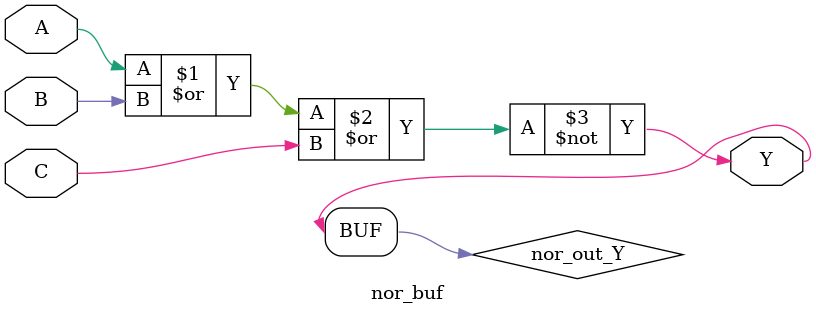
<source format=v>
module nor_buf (
    Y,
    A,
    B,
    C
);

    // Module ports
    output Y;
    input  A;
    input  B;
    input  C;

    // Local signals
    wire nor_out_Y;

    //  Name  Output      Other arguments
    nor nor_gate (nor_out_Y, A, B, C);
    buf buffer (Y, nor_out_Y);

endmodule
</source>
